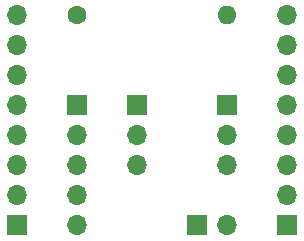
<source format=gbr>
%TF.GenerationSoftware,KiCad,Pcbnew,(5.1.10)-1*%
%TF.CreationDate,2021-09-04T16:11:19-06:00*%
%TF.ProjectId,UselessBox,5573656c-6573-4734-926f-782e6b696361,rev?*%
%TF.SameCoordinates,Original*%
%TF.FileFunction,Soldermask,Bot*%
%TF.FilePolarity,Negative*%
%FSLAX46Y46*%
G04 Gerber Fmt 4.6, Leading zero omitted, Abs format (unit mm)*
G04 Created by KiCad (PCBNEW (5.1.10)-1) date 2021-09-04 16:11:19*
%MOMM*%
%LPD*%
G01*
G04 APERTURE LIST*
%ADD10O,1.700000X1.700000*%
%ADD11R,1.700000X1.700000*%
%ADD12O,1.600000X1.600000*%
%ADD13C,1.600000*%
G04 APERTURE END LIST*
D10*
%TO.C,J6*%
X43180000Y-88900000D03*
X43180000Y-86360000D03*
X43180000Y-83820000D03*
X43180000Y-81280000D03*
D11*
X43180000Y-78740000D03*
%TD*%
D12*
%TO.C,R1*%
X55880000Y-71120000D03*
D13*
X43180000Y-71120000D03*
%TD*%
D10*
%TO.C,J5*%
X38100000Y-71120000D03*
X38100000Y-73660000D03*
X38100000Y-76200000D03*
X38100000Y-78740000D03*
X38100000Y-81280000D03*
X38100000Y-83820000D03*
X38100000Y-86360000D03*
D11*
X38100000Y-88900000D03*
%TD*%
D10*
%TO.C,J4*%
X48260000Y-83820000D03*
X48260000Y-81280000D03*
D11*
X48260000Y-78740000D03*
%TD*%
D10*
%TO.C,J3*%
X60960000Y-71120000D03*
X60960000Y-73660000D03*
X60960000Y-76200000D03*
X60960000Y-78740000D03*
X60960000Y-81280000D03*
X60960000Y-83820000D03*
X60960000Y-86360000D03*
D11*
X60960000Y-88900000D03*
%TD*%
D10*
%TO.C,J2*%
X55880000Y-83820000D03*
X55880000Y-81280000D03*
D11*
X55880000Y-78740000D03*
%TD*%
D10*
%TO.C,J1*%
X55880000Y-88900000D03*
D11*
X53340000Y-88900000D03*
%TD*%
M02*

</source>
